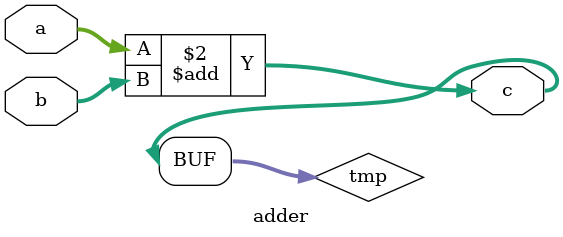
<source format=sv>
`timescale 1ns / 1ps

module adder #(
    parameter SIZE = 32
)(
    input logic [SIZE-1:0] a,
    input logic [SIZE-1:0] b,
    output logic [SIZE-1:0] c
);
    logic [SIZE-1:0] tmp;
    always_comb
    begin
        tmp <= a+b;
    end
    assign c = tmp;
endmodule
</source>
